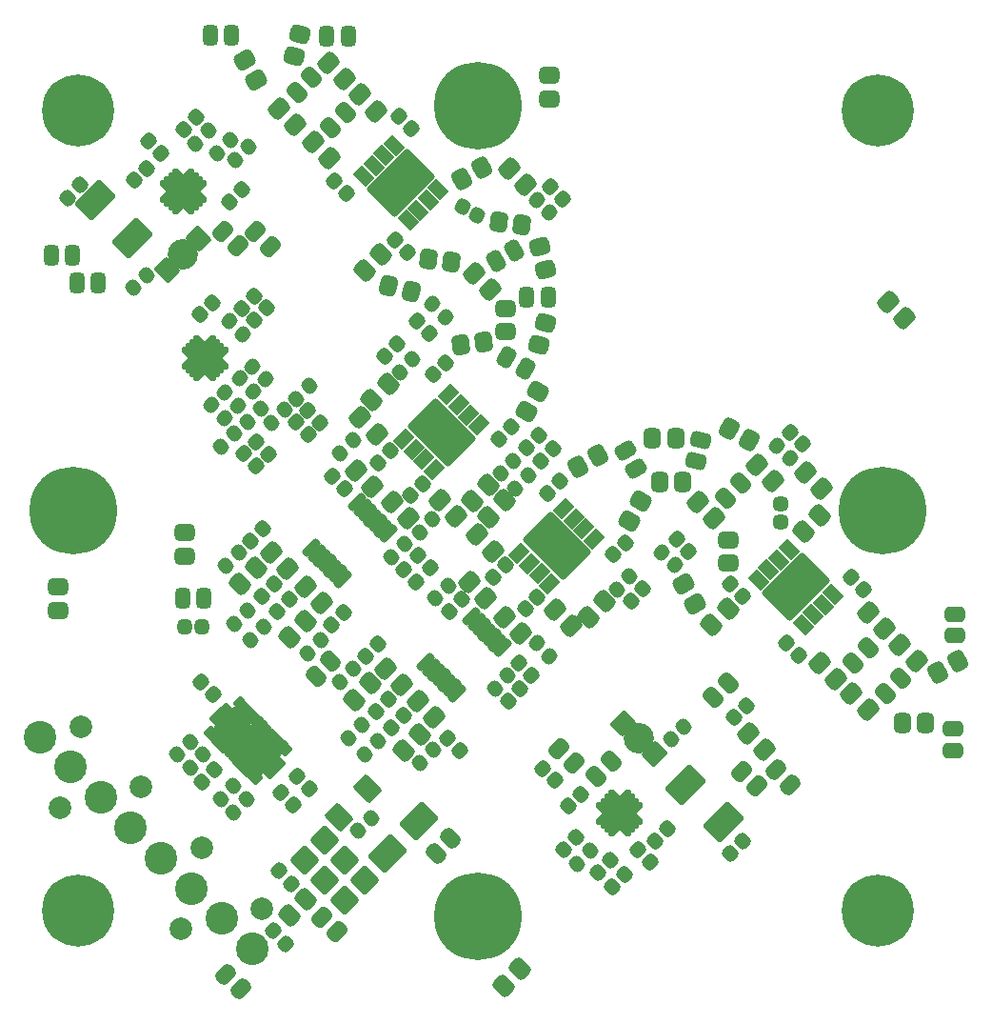
<source format=gbr>
%TF.GenerationSoftware,KiCad,Pcbnew,6.0.4-6f826c9f35~116~ubuntu20.04.1*%
%TF.CreationDate,2022-08-11T09:51:06+00:00*%
%TF.ProjectId,QFHMIX01E,5146484d-4958-4303-9145-2e6b69636164,rev?*%
%TF.SameCoordinates,Original*%
%TF.FileFunction,Soldermask,Bot*%
%TF.FilePolarity,Negative*%
%FSLAX46Y46*%
G04 Gerber Fmt 4.6, Leading zero omitted, Abs format (unit mm)*
G04 Created by KiCad (PCBNEW 6.0.4-6f826c9f35~116~ubuntu20.04.1) date 2022-08-11 09:51:06*
%MOMM*%
%LPD*%
G01*
G04 APERTURE LIST*
G04 Aperture macros list*
%AMRoundRect*
0 Rectangle with rounded corners*
0 $1 Rounding radius*
0 $2 $3 $4 $5 $6 $7 $8 $9 X,Y pos of 4 corners*
0 Add a 4 corners polygon primitive as box body*
4,1,4,$2,$3,$4,$5,$6,$7,$8,$9,$2,$3,0*
0 Add four circle primitives for the rounded corners*
1,1,$1+$1,$2,$3*
1,1,$1+$1,$4,$5*
1,1,$1+$1,$6,$7*
1,1,$1+$1,$8,$9*
0 Add four rect primitives between the rounded corners*
20,1,$1+$1,$2,$3,$4,$5,0*
20,1,$1+$1,$4,$5,$6,$7,0*
20,1,$1+$1,$6,$7,$8,$9,0*
20,1,$1+$1,$8,$9,$2,$3,0*%
%AMFreePoly0*
4,1,41,0.491777,0.930194,0.493575,0.928761,0.495344,0.928539,0.578945,0.898133,0.653689,0.849896,0.715836,0.786243,0.762270,0.710363,0.790665,0.626057,0.799599,0.537547,0.788625,0.449267,0.774419,0.410101,0.776271,0.409575,0.730029,0.246661,0.707165,0.081162,0.707497,-0.085922,0.731021,-0.251337,0.778018,-0.414436,0.776187,-0.414963,0.790748,-0.455051,0.801765,-0.543326,
0.792874,-0.631839,0.764520,-0.716160,0.718121,-0.792065,0.656006,-0.855747,0.581284,-0.904019,0.497696,-0.934465,0.462046,-0.938946,0.449504,-0.944986,0.405000,-0.950000,-0.644999,-0.950000,-0.731777,-0.930194,-0.801366,-0.874698,-0.839986,-0.794504,-0.845000,-0.750000,-0.845000,0.750000,-0.825194,0.836777,-0.769698,0.906366,-0.689504,0.944986,-0.644999,0.950000,0.405000,0.950000,
0.491777,0.930194,0.491777,0.930194,$1*%
G04 Aperture macros list end*
%ADD10C,2.000000*%
%ADD11C,2.900000*%
%ADD12RoundRect,0.200000X0.000000X-1.077631X1.077631X0.000000X0.000000X1.077631X-1.077631X0.000000X0*%
%ADD13RoundRect,0.400000X0.053033X-0.335876X0.335876X-0.053033X-0.053033X0.335876X-0.335876X0.053033X0*%
%ADD14RoundRect,0.400000X-0.053033X0.335876X-0.335876X0.053033X0.053033X-0.335876X0.335876X-0.053033X0*%
%ADD15RoundRect,0.425000X0.017678X-0.335876X0.335876X-0.017678X-0.017678X0.335876X-0.335876X0.017678X0*%
%ADD16C,6.400000*%
%ADD17RoundRect,0.425000X-0.335876X-0.017678X-0.017678X-0.335876X0.335876X0.017678X0.017678X0.335876X0*%
%ADD18RoundRect,0.425000X-0.017678X0.335876X-0.335876X0.017678X0.017678X-0.335876X0.335876X-0.017678X0*%
%ADD19RoundRect,0.400000X0.335876X0.053033X0.053033X0.335876X-0.335876X-0.053033X-0.053033X-0.335876X0*%
%ADD20C,7.800000*%
%ADD21C,0.900000*%
%ADD22RoundRect,0.450000X-0.548008X-0.088388X-0.088388X-0.548008X0.548008X0.088388X0.088388X0.548008X0*%
%ADD23RoundRect,0.450000X0.548008X0.088388X0.088388X0.548008X-0.548008X-0.088388X-0.088388X-0.548008X0*%
%ADD24RoundRect,0.425000X0.335876X0.017678X0.017678X0.335876X-0.335876X-0.017678X-0.017678X-0.335876X0*%
%ADD25RoundRect,0.450000X0.250000X0.475000X-0.250000X0.475000X-0.250000X-0.475000X0.250000X-0.475000X0*%
%ADD26RoundRect,0.450000X0.159099X-0.512652X0.512652X-0.159099X-0.159099X0.512652X-0.512652X0.159099X0*%
%ADD27RoundRect,0.450000X-0.020994X0.536362X-0.454006X0.286362X0.020994X-0.536362X0.454006X-0.286362X0*%
%ADD28RoundRect,0.450000X0.454006X0.286362X0.020994X0.536362X-0.454006X-0.286362X-0.020994X-0.536362X0*%
%ADD29RoundRect,0.425000X0.319856X0.104006X-0.069856X0.329006X-0.319856X-0.104006X0.069856X-0.329006X0*%
%ADD30RoundRect,0.450000X0.430394X0.350550X-0.197457X0.518783X-0.430394X-0.350550X0.197457X-0.518783X0*%
%ADD31RoundRect,0.450000X-0.088388X0.548008X-0.548008X0.088388X0.088388X-0.548008X0.548008X-0.088388X0*%
%ADD32RoundRect,0.450000X0.088388X-0.548008X0.548008X-0.088388X-0.088388X0.548008X-0.548008X0.088388X0*%
%ADD33RoundRect,0.450000X0.056458X0.552211X-0.506458X0.227211X-0.056458X-0.552211X0.506458X-0.227211X0*%
%ADD34RoundRect,0.450000X-0.380956X-0.403729X0.263483X-0.488571X0.380956X0.403729X-0.263483X0.488571X0*%
%ADD35RoundRect,0.450000X0.263483X0.488571X-0.380956X0.403729X-0.263483X-0.488571X0.380956X-0.403729X0*%
%ADD36RoundRect,0.450000X0.020994X-0.536362X0.454006X-0.286362X-0.020994X0.536362X-0.454006X0.286362X0*%
%ADD37RoundRect,0.450000X-0.250000X-0.475000X0.250000X-0.475000X0.250000X0.475000X-0.250000X0.475000X0*%
%ADD38RoundRect,0.450000X-0.454006X-0.286362X-0.020994X-0.536362X0.454006X0.286362X0.020994X0.536362X0*%
%ADD39RoundRect,0.450000X0.380956X0.403729X-0.263483X0.488571X-0.380956X-0.403729X0.263483X-0.488571X0*%
%ADD40RoundRect,0.450000X0.227211X-0.506458X0.552211X0.056458X-0.227211X0.506458X-0.552211X-0.056458X0*%
%ADD41RoundRect,0.400000X-0.335876X-0.053033X-0.053033X-0.335876X0.335876X0.053033X0.053033X0.335876X0*%
%ADD42RoundRect,0.200000X-0.717713X-0.180312X-0.180312X-0.717713X0.717713X0.180312X0.180312X0.717713X0*%
%ADD43RoundRect,0.200000X-2.828427X0.565685X0.565685X-2.828427X2.828427X-0.565685X-0.565685X2.828427X0*%
%ADD44RoundRect,0.450000X0.552211X-0.056458X0.227211X0.506458X-0.552211X0.056458X-0.227211X-0.506458X0*%
%ADD45RoundRect,0.425000X-0.250000X0.225000X-0.250000X-0.225000X0.250000X-0.225000X0.250000X0.225000X0*%
%ADD46RoundRect,0.450000X-0.450000X0.325000X-0.450000X-0.325000X0.450000X-0.325000X0.450000X0.325000X0*%
%ADD47RoundRect,0.450000X0.475000X-0.250000X0.475000X0.250000X-0.475000X0.250000X-0.475000X-0.250000X0*%
%ADD48RoundRect,0.450000X0.536362X0.020994X0.286362X0.454006X-0.536362X-0.020994X-0.286362X-0.454006X0*%
%ADD49RoundRect,0.450000X-0.350550X0.430394X-0.518783X-0.197457X0.350550X-0.430394X0.518783X0.197457X0*%
%ADD50RoundRect,0.450000X-0.512652X-0.159099X-0.159099X-0.512652X0.512652X0.159099X0.159099X0.512652X0*%
%ADD51RoundRect,0.450000X-0.159099X0.512652X-0.512652X0.159099X0.159099X-0.512652X0.512652X-0.159099X0*%
%ADD52RoundRect,0.450000X0.325000X0.450000X-0.325000X0.450000X-0.325000X-0.450000X0.325000X-0.450000X0*%
%ADD53RoundRect,0.200000X-0.247487X-1.520280X1.520280X0.247487X0.247487X1.520280X-1.520280X-0.247487X0*%
%ADD54RoundRect,0.200000X1.622810X0.350018X0.350018X1.622810X-1.622810X-0.350018X-0.350018X-1.622810X0*%
%ADD55RoundRect,0.200000X-1.622810X-0.350018X-0.350018X-1.622810X1.622810X0.350018X0.350018X1.622810X0*%
%ADD56RoundRect,0.450000X0.450000X-0.325000X0.450000X0.325000X-0.450000X0.325000X-0.450000X-0.325000X0*%
%ADD57RoundRect,0.418750X0.335876X0.026517X0.026517X0.335876X-0.335876X-0.026517X-0.026517X-0.335876X0*%
%ADD58RoundRect,0.450000X-0.552211X0.056458X-0.227211X-0.506458X0.552211X-0.056458X0.227211X0.506458X0*%
%ADD59C,2.700000*%
%ADD60FreePoly0,315.000000*%
%ADD61FreePoly0,135.000000*%
%ADD62RoundRect,0.262500X-0.194454X-0.282843X0.282843X0.194454X0.194454X0.282843X-0.282843X-0.194454X0*%
%ADD63RoundRect,0.262500X0.194454X-0.282843X0.282843X-0.194454X-0.194454X0.282843X-0.282843X0.194454X0*%
%ADD64RoundRect,0.450000X0.000000X-0.848528X0.848528X0.000000X0.000000X0.848528X-0.848528X0.000000X0*%
%ADD65RoundRect,0.418750X-0.026517X0.335876X-0.335876X0.026517X0.026517X-0.335876X0.335876X-0.026517X0*%
%ADD66RoundRect,0.450000X0.512652X0.159099X0.159099X0.512652X-0.512652X-0.159099X-0.159099X-0.512652X0*%
%ADD67RoundRect,0.425000X0.225000X0.250000X-0.225000X0.250000X-0.225000X-0.250000X0.225000X-0.250000X0*%
%ADD68RoundRect,0.450000X0.394110X-0.364421X0.523520X0.118542X-0.394110X0.364421X-0.523520X-0.118542X0*%
%ADD69RoundRect,0.450000X-0.325000X-0.450000X0.325000X-0.450000X0.325000X0.450000X-0.325000X0.450000X0*%
%ADD70RoundRect,0.300000X0.380070X0.521491X-0.521491X-0.380070X-0.380070X-0.521491X0.521491X0.380070X0*%
%ADD71RoundRect,0.443750X0.494975X0.150260X0.150260X0.494975X-0.494975X-0.150260X-0.150260X-0.494975X0*%
%ADD72RoundRect,0.450000X0.518783X-0.197457X0.350550X0.430394X-0.518783X0.197457X-0.350550X-0.430394X0*%
%ADD73RoundRect,0.450000X-0.132583X0.503814X-0.503814X0.132583X0.132583X-0.503814X0.503814X-0.132583X0*%
%ADD74RoundRect,0.200000X0.180312X-0.717713X0.717713X-0.180312X-0.180312X0.717713X-0.717713X0.180312X0*%
%ADD75RoundRect,0.200000X-0.565685X-2.828427X2.828427X0.565685X0.565685X2.828427X-2.828427X-0.565685X0*%
%ADD76RoundRect,0.443750X-0.150260X0.494975X-0.494975X0.150260X0.150260X-0.494975X0.494975X-0.150260X0*%
%ADD77RoundRect,0.450000X0.506458X0.227211X-0.056458X0.552211X-0.506458X-0.227211X0.056458X-0.552211X0*%
%ADD78RoundRect,0.418750X0.026517X-0.335876X0.335876X-0.026517X-0.026517X0.335876X-0.335876X0.026517X0*%
%ADD79RoundRect,0.418750X-0.335876X-0.026517X-0.026517X-0.335876X0.335876X0.026517X0.026517X0.335876X0*%
%ADD80RoundRect,0.262500X0.194454X0.282843X-0.282843X-0.194454X-0.194454X-0.282843X0.282843X0.194454X0*%
%ADD81RoundRect,0.262500X-0.194454X0.282843X-0.282843X0.194454X0.194454X-0.282843X0.282843X-0.194454X0*%
%ADD82RoundRect,0.450000X0.000000X0.848528X-0.848528X0.000000X0.000000X-0.848528X0.848528X0.000000X0*%
%ADD83RoundRect,0.200000X-0.180312X0.717713X-0.717713X0.180312X0.180312X-0.717713X0.717713X-0.180312X0*%
%ADD84RoundRect,0.200000X0.565685X2.828427X-2.828427X-0.565685X-0.565685X-2.828427X2.828427X0.565685X0*%
%ADD85RoundRect,0.450000X0.350550X-0.430394X0.518783X0.197457X-0.350550X0.430394X-0.518783X-0.197457X0*%
%ADD86RoundRect,0.262500X-0.282843X0.194454X0.194454X-0.282843X0.282843X-0.194454X-0.194454X0.282843X0*%
%ADD87RoundRect,0.262500X-0.282843X-0.194454X-0.194454X-0.282843X0.282843X0.194454X0.194454X0.282843X0*%
%ADD88RoundRect,0.450000X-0.848528X0.000000X0.000000X-0.848528X0.848528X0.000000X0.000000X0.848528X0*%
%ADD89RoundRect,0.200000X0.106066X0.318198X-0.318198X-0.106066X-0.106066X-0.318198X0.318198X0.106066X0*%
%ADD90RoundRect,0.200000X0.353553X0.565685X-0.565685X-0.353553X-0.353553X-0.565685X0.565685X0.353553X0*%
%ADD91RoundRect,0.200000X0.318198X-0.106066X-0.106066X0.318198X-0.318198X0.106066X0.106066X-0.318198X0*%
%ADD92RoundRect,0.200000X-0.194454X1.219759X-1.219759X0.194454X0.194454X-1.219759X1.219759X-0.194454X0*%
%ADD93RoundRect,0.385000X0.279307X1.325825X-1.325825X-0.279307X-0.279307X-1.325825X1.325825X0.279307X0*%
%ADD94RoundRect,0.200000X-0.141421X1.060660X-1.060660X0.141421X0.141421X-1.060660X1.060660X-0.141421X0*%
%ADD95FreePoly0,225.000000*%
%ADD96FreePoly0,45.000000*%
%ADD97RoundRect,0.450000X-0.394110X0.364421X-0.523520X-0.118542X0.394110X-0.364421X0.523520X0.118542X0*%
%ADD98RoundRect,0.450000X-0.536362X-0.020994X-0.286362X-0.454006X0.536362X0.020994X0.286362X0.454006X0*%
G04 APERTURE END LIST*
D10*
%TO.C,J1*%
X114680511Y-109155028D03*
X123625412Y-127150895D03*
X130844972Y-125319489D03*
X125456819Y-119931335D03*
X120068665Y-114543181D03*
X112849105Y-116374588D03*
D11*
X111070731Y-110070731D03*
X113764808Y-112764808D03*
X116458885Y-115458885D03*
X119152962Y-118152962D03*
X121847038Y-120847038D03*
X124541115Y-123541115D03*
X127235192Y-126235192D03*
X129929269Y-128929269D03*
%TD*%
D12*
%TO.C,J2*%
X134583897Y-121031000D03*
X136379948Y-119234949D03*
X136379948Y-122827052D03*
X138176000Y-121031000D03*
X138176000Y-124623103D03*
X139972051Y-122827052D03*
%TD*%
D13*
%TO.C,R15*%
X129540837Y-82091963D03*
X130707563Y-80925237D03*
%TD*%
D14*
%TO.C,R11*%
X128370763Y-83109637D03*
X127204037Y-84276363D03*
%TD*%
D15*
%TO.C,C19*%
X132151992Y-98948008D03*
X133248008Y-97851992D03*
%TD*%
%TO.C,C18*%
X130769992Y-97576008D03*
X131866008Y-96479992D03*
%TD*%
D16*
%TO.C,M7*%
X185560000Y-125560000D03*
%TD*%
%TO.C,M6*%
X185560000Y-54440000D03*
%TD*%
%TO.C,M5*%
X114440000Y-125560000D03*
%TD*%
D17*
%TO.C,C13*%
X129194200Y-84862823D03*
X130290216Y-85958839D03*
%TD*%
D18*
%TO.C,C2*%
X131231008Y-71943592D03*
X130134992Y-73039608D03*
%TD*%
D17*
%TO.C,C12*%
X130337200Y-83846823D03*
X131433216Y-84942839D03*
%TD*%
D18*
%TO.C,C1*%
X130138808Y-70876792D03*
X129042792Y-71972808D03*
%TD*%
D19*
%TO.C,R6*%
X131114800Y-78308200D03*
X129948074Y-77141474D03*
%TD*%
D13*
%TO.C,R14*%
X131674437Y-82193563D03*
X132841163Y-81026837D03*
%TD*%
D14*
%TO.C,R10*%
X135000163Y-78867837D03*
X133833437Y-80034563D03*
%TD*%
D20*
%TO.C,M4*%
X150000000Y-126000000D03*
D21*
X153000000Y-126000000D03*
X152598076Y-127500000D03*
X150000000Y-123000000D03*
X152598076Y-124500000D03*
X147401924Y-127500000D03*
X150000000Y-129000000D03*
X147000000Y-126000000D03*
X148500000Y-123401924D03*
X151500000Y-128598076D03*
X151500000Y-123401924D03*
X147401924Y-124500000D03*
X148500000Y-128598076D03*
%TD*%
D20*
%TO.C,M3*%
X150000000Y-54000000D03*
D21*
X151500000Y-51401924D03*
X152598076Y-55500000D03*
X148500000Y-51401924D03*
X153000000Y-54000000D03*
X147401924Y-55500000D03*
X150000000Y-57000000D03*
X147000000Y-54000000D03*
X151500000Y-56598076D03*
X148500000Y-56598076D03*
X150000000Y-51000000D03*
X152598076Y-52500000D03*
X147401924Y-52500000D03*
%TD*%
D20*
%TO.C,M1*%
X186000000Y-90000000D03*
D21*
X187500000Y-92598076D03*
X183401924Y-88500000D03*
X188598076Y-88500000D03*
X183401924Y-91500000D03*
X186000000Y-87000000D03*
X188598076Y-91500000D03*
X184500000Y-92598076D03*
X189000000Y-90000000D03*
X187500000Y-87401924D03*
X186000000Y-93000000D03*
X183000000Y-90000000D03*
X184500000Y-87401924D03*
%TD*%
D20*
%TO.C,M2*%
X114000000Y-90000000D03*
D21*
X112500000Y-87401924D03*
X117000000Y-90000000D03*
X111401924Y-88500000D03*
X116598076Y-91500000D03*
X115500000Y-87401924D03*
X112500000Y-92598076D03*
X114000000Y-93000000D03*
X111000000Y-90000000D03*
X114000000Y-87000000D03*
X111401924Y-91500000D03*
X116598076Y-88500000D03*
X115500000Y-92598076D03*
%TD*%
D15*
%TO.C,C21*%
X142326992Y-109260008D03*
X143423008Y-108163992D03*
%TD*%
%TO.C,C20*%
X140929992Y-107812208D03*
X142026008Y-106716192D03*
%TD*%
D13*
%TO.C,R26*%
X127120339Y-115607097D03*
X128287065Y-114440371D03*
%TD*%
%TO.C,R21*%
X129796880Y-101480517D03*
X130963606Y-100313791D03*
%TD*%
%TO.C,R25*%
X124426262Y-112841180D03*
X125592988Y-111674454D03*
%TD*%
%TO.C,R24*%
X123258828Y-111673746D03*
X124425554Y-110507020D03*
%TD*%
%TO.C,R20*%
X128360040Y-100043676D03*
X129526766Y-98876950D03*
%TD*%
%TO.C,R23*%
X139953762Y-111637399D03*
X141120488Y-110470673D03*
%TD*%
%TO.C,R27*%
X128287772Y-116774532D03*
X129454498Y-115607806D03*
%TD*%
D16*
%TO.C,M8*%
X114440000Y-54440000D03*
%TD*%
D17*
%TO.C,C11*%
X133843392Y-82103592D03*
X134939408Y-83199608D03*
%TD*%
%TO.C,C10*%
X134899400Y-81051400D03*
X135995416Y-82147416D03*
%TD*%
D15*
%TO.C,C16*%
X129804792Y-92699208D03*
X130900808Y-91603192D03*
%TD*%
%TO.C,C17*%
X136992992Y-100141408D03*
X138089008Y-99045392D03*
%TD*%
D17*
%TO.C,C24*%
X132469885Y-115044885D03*
X133565901Y-116140901D03*
%TD*%
D18*
%TO.C,C25*%
X126532008Y-112964592D03*
X125435992Y-114060608D03*
%TD*%
D17*
%TO.C,C22*%
X125413524Y-105226063D03*
X126509540Y-106322079D03*
%TD*%
%TO.C,C8*%
X137051992Y-86951992D03*
X138148008Y-88048008D03*
%TD*%
%TO.C,C23*%
X133944885Y-113594885D03*
X135040901Y-114690901D03*
%TD*%
D15*
%TO.C,C3*%
X125308992Y-72557008D03*
X126405008Y-71460992D03*
%TD*%
D13*
%TO.C,R22*%
X138516919Y-110200559D03*
X139683645Y-109033833D03*
%TD*%
D22*
%TO.C,L8*%
X131660016Y-93661616D03*
X133109584Y-95111184D03*
%TD*%
D23*
%TO.C,L12*%
X136132184Y-98209984D03*
X134682616Y-96760416D03*
%TD*%
D24*
%TO.C,C41*%
X145683608Y-74182608D03*
X144587592Y-73086592D03*
%TD*%
D17*
%TO.C,C44*%
X156423992Y-61199392D03*
X157520008Y-62295408D03*
%TD*%
D18*
%TO.C,C58*%
X142813408Y-75143992D03*
X141717392Y-76240008D03*
%TD*%
%TO.C,C61*%
X155411808Y-83246592D03*
X154315792Y-84342608D03*
%TD*%
D25*
%TO.C,C28*%
X128127800Y-47752000D03*
X126227800Y-47752000D03*
%TD*%
D26*
%TO.C,C32*%
X133897449Y-52792551D03*
X135240951Y-51449049D03*
%TD*%
D24*
%TO.C,C36*%
X138368408Y-61787408D03*
X137272392Y-60691392D03*
%TD*%
%TO.C,C45*%
X143727808Y-67045208D03*
X142631792Y-65949192D03*
%TD*%
D15*
%TO.C,C56*%
X146009992Y-77891008D03*
X147106008Y-76794992D03*
%TD*%
D18*
%TO.C,C62*%
X142235088Y-84632070D03*
X141139072Y-85728086D03*
%TD*%
D27*
%TO.C,C49*%
X153248124Y-66809600D03*
X151602676Y-67759600D03*
%TD*%
D25*
%TO.C,C51*%
X156271000Y-70993000D03*
X154371000Y-70993000D03*
%TD*%
D28*
%TO.C,C53*%
X154238724Y-77310000D03*
X152593276Y-76360000D03*
%TD*%
D25*
%TO.C,C29*%
X138465600Y-47802800D03*
X136565600Y-47802800D03*
%TD*%
D26*
%TO.C,C34*%
X136920049Y-55942151D03*
X138263551Y-54598649D03*
%TD*%
D17*
%TO.C,C37*%
X142961992Y-54900192D03*
X144058008Y-55996208D03*
%TD*%
D29*
%TO.C,C46*%
X149972370Y-63735100D03*
X148630030Y-62960100D03*
%TD*%
D18*
%TO.C,C63*%
X145074008Y-87551992D03*
X143977992Y-88648008D03*
%TD*%
%TO.C,C64*%
X152437139Y-94788641D03*
X151341123Y-95884657D03*
%TD*%
%TO.C,C65*%
X155310208Y-97622992D03*
X154214192Y-98719008D03*
%TD*%
D17*
%TO.C,C47*%
X177821584Y-82977984D03*
X178917600Y-84074000D03*
%TD*%
D15*
%TO.C,C59*%
X163612192Y-98033208D03*
X164708208Y-96937192D03*
%TD*%
%TO.C,C60*%
X155636592Y-85587208D03*
X156732608Y-84491192D03*
%TD*%
D30*
%TO.C,L31*%
X144068274Y-70470890D03*
X142088126Y-69940310D03*
%TD*%
D23*
%TO.C,L35*%
X154293184Y-60998984D03*
X152843616Y-59549416D03*
%TD*%
D31*
%TO.C,L59*%
X142024784Y-78675216D03*
X140575216Y-80124784D03*
%TD*%
%TO.C,L63*%
X150965784Y-87667216D03*
X149516216Y-89116784D03*
%TD*%
D32*
%TO.C,L32*%
X139940416Y-68618984D03*
X141389984Y-67169416D03*
%TD*%
D33*
%TO.C,L36*%
X150392076Y-59507700D03*
X148616724Y-60532700D03*
%TD*%
D22*
%TO.C,L60*%
X139559416Y-81698216D03*
X141008984Y-83147784D03*
%TD*%
D23*
%TO.C,L64*%
X148070184Y-90488384D03*
X146620616Y-89038816D03*
%TD*%
D34*
%TO.C,L39*%
X145617969Y-67582611D03*
X147650431Y-67850189D03*
%TD*%
D35*
%TO.C,L57*%
X150495231Y-74974011D03*
X148462769Y-75241589D03*
%TD*%
D26*
%TO.C,L17*%
X133897449Y-52792551D03*
X135240951Y-51449049D03*
%TD*%
%TO.C,L23*%
X136920049Y-55942151D03*
X138263551Y-54598649D03*
%TD*%
D36*
%TO.C,L42*%
X151602676Y-67759600D03*
X153248124Y-66809600D03*
%TD*%
D37*
%TO.C,L48*%
X154371000Y-70993000D03*
X156271000Y-70993000D03*
%TD*%
D38*
%TO.C,L54*%
X152593276Y-76360000D03*
X154238724Y-77310000D03*
%TD*%
D39*
%TO.C,L40*%
X153949631Y-64548189D03*
X151917169Y-64280611D03*
%TD*%
D40*
%TO.C,L58*%
X154325900Y-81126276D03*
X155350900Y-79350924D03*
%TD*%
D32*
%TO.C,L33*%
X178980216Y-91834584D03*
X180429784Y-90385016D03*
%TD*%
D22*
%TO.C,L61*%
X156875216Y-98775216D03*
X158324784Y-100224784D03*
%TD*%
D23*
%TO.C,L65*%
X151346784Y-93561784D03*
X149897216Y-92112216D03*
%TD*%
%TO.C,L34*%
X180567483Y-88009883D03*
X179117915Y-86560315D03*
%TD*%
D32*
%TO.C,L62*%
X159875216Y-99424784D03*
X161324784Y-97975216D03*
%TD*%
%TO.C,L66*%
X150913216Y-90513784D03*
X152362784Y-89064216D03*
%TD*%
D19*
%TO.C,R29*%
X147115963Y-72770163D03*
X145949237Y-71603437D03*
%TD*%
D41*
%TO.C,R31*%
X155245637Y-62332437D03*
X156412363Y-63499163D03*
%TD*%
D14*
%TO.C,R32*%
X144220363Y-76505637D03*
X143053637Y-77672363D03*
%TD*%
D13*
%TO.C,R34*%
X152016637Y-86683363D03*
X153183363Y-85516637D03*
%TD*%
D41*
%TO.C,R30*%
X176633274Y-84177274D03*
X177800000Y-85344000D03*
%TD*%
D13*
%TO.C,R33*%
X162357637Y-96976363D03*
X163524363Y-95809637D03*
%TD*%
D14*
%TO.C,R35*%
X154483363Y-86816637D03*
X153316637Y-87983363D03*
%TD*%
D42*
%TO.C,U7*%
X147393263Y-79662660D03*
D21*
X148885965Y-83692462D03*
X148178859Y-82985355D03*
X147471752Y-83692462D03*
X146764645Y-82985355D03*
X147471752Y-82278248D03*
X144643325Y-82278248D03*
X148178859Y-84399569D03*
D42*
X148291289Y-80560686D03*
D21*
X146057538Y-83692462D03*
X146764645Y-81571141D03*
X146764645Y-84399569D03*
X147471752Y-85106675D03*
X145350431Y-82985355D03*
X145350431Y-81571141D03*
X146057538Y-80864035D03*
X146057538Y-82278248D03*
D43*
X146764645Y-82985355D03*
D42*
X149189314Y-81458711D03*
X150087340Y-82356737D03*
X146136027Y-86308050D03*
X145238001Y-85410024D03*
X144339976Y-84511999D03*
X143441950Y-83613973D03*
%TD*%
%TO.C,U8*%
X157643263Y-89812660D03*
D21*
X158428859Y-94549569D03*
X159135965Y-93842462D03*
X157721752Y-92428248D03*
X158428859Y-93135355D03*
D43*
X157014645Y-93135355D03*
D21*
X156307538Y-92428248D03*
X157014645Y-91721141D03*
X156307538Y-93842462D03*
X157014645Y-94549569D03*
X157721752Y-93842462D03*
X157014645Y-93135355D03*
D42*
X158541289Y-90710686D03*
D21*
X155600431Y-91721141D03*
X155600431Y-93135355D03*
X157721752Y-95256675D03*
X156307538Y-91014035D03*
X154893325Y-92428248D03*
D42*
X159439314Y-91608711D03*
X160337340Y-92506737D03*
X156386027Y-96458050D03*
X155488001Y-95560024D03*
X154589976Y-94661999D03*
X153691950Y-93763973D03*
%TD*%
D19*
%TO.C,R28*%
X167562963Y-94817363D03*
X166396237Y-93650637D03*
%TD*%
D24*
%TO.C,C40*%
X168772208Y-93613608D03*
X167676192Y-92517592D03*
%TD*%
D31*
%TO.C,L29*%
X172250984Y-98665416D03*
X170801416Y-100114984D03*
%TD*%
D44*
%TO.C,L30*%
X169320900Y-98245876D03*
X168295900Y-96470524D03*
%TD*%
D32*
%TO.C,L7*%
X128815216Y-96482784D03*
X130264784Y-95033216D03*
%TD*%
D22*
%TO.C,L9*%
X141794616Y-103974016D03*
X143244184Y-105423584D03*
%TD*%
D24*
%TO.C,C27*%
X156885008Y-113959008D03*
X155788992Y-112862992D03*
%TD*%
D14*
%TO.C,R18*%
X138937163Y-104039237D03*
X137770437Y-105205963D03*
%TD*%
%TO.C,R4*%
X147383363Y-96616637D03*
X146216637Y-97783363D03*
%TD*%
D45*
%TO.C,C42*%
X176911000Y-89395000D03*
X176911000Y-90945000D03*
%TD*%
D46*
%TO.C,L51*%
X152476200Y-72025400D03*
X152476200Y-74075400D03*
%TD*%
D47*
%TO.C,C30*%
X192405000Y-101087000D03*
X192405000Y-99187000D03*
%TD*%
D48*
%TO.C,C52*%
X164076400Y-86268324D03*
X163126400Y-84622876D03*
%TD*%
D49*
%TO.C,L14*%
X134199490Y-47600126D03*
X133668910Y-49580274D03*
%TD*%
D50*
%TO.C,C89*%
X173445249Y-113120249D03*
X174788751Y-114463751D03*
%TD*%
D32*
%TO.C,L6*%
X143445616Y-111265584D03*
X144895184Y-109816016D03*
%TD*%
D51*
%TO.C,L41*%
X173391751Y-87542449D03*
X172048249Y-88885951D03*
%TD*%
D52*
%TO.C,L49*%
X167598200Y-83489800D03*
X165548200Y-83489800D03*
%TD*%
D22*
%TO.C,L20*%
X136714616Y-50176816D03*
X138164184Y-51626384D03*
%TD*%
D37*
%TO.C,C84*%
X112080000Y-67310000D03*
X113980000Y-67310000D03*
%TD*%
D53*
%TO.C,D1*%
X141968786Y-120413214D03*
X144797214Y-117584786D03*
%TD*%
D54*
%TO.C,L67*%
X119305364Y-65736764D03*
D55*
X115950143Y-62381543D03*
%TD*%
D13*
%TO.C,R41*%
X119380837Y-70179363D03*
X120547563Y-69012637D03*
%TD*%
D33*
%TO.C,L15*%
X192683076Y-103348100D03*
X190907724Y-104373100D03*
%TD*%
D22*
%TO.C,L44*%
X169607616Y-89165816D03*
X171057184Y-90615384D03*
%TD*%
D14*
%TO.C,R17*%
X128783363Y-93716637D03*
X127616637Y-94883363D03*
%TD*%
D17*
%TO.C,C7*%
X153670000Y-103505000D03*
X154766016Y-104601016D03*
%TD*%
D15*
%TO.C,C9*%
X147457792Y-98896808D03*
X148553808Y-97800792D03*
%TD*%
D51*
%TO.C,L18*%
X187641151Y-104890649D03*
X186297649Y-106234151D03*
%TD*%
D56*
%TO.C,L74*%
X156337000Y-53349000D03*
X156337000Y-51299000D03*
%TD*%
D25*
%TO.C,C79*%
X125664000Y-97790000D03*
X123764000Y-97790000D03*
%TD*%
D24*
%TO.C,C67*%
X121833008Y-58206008D03*
X120736992Y-57109992D03*
%TD*%
D57*
%TO.C,C74*%
X132916247Y-128445847D03*
X131802553Y-127332153D03*
%TD*%
D58*
%TO.C,L13*%
X129256100Y-49937724D03*
X130281100Y-51713076D03*
%TD*%
D59*
%TO.C,D3*%
X164338000Y-110236000D03*
D60*
X162990962Y-108888962D03*
D61*
X165685038Y-111583038D03*
%TD*%
D62*
%TO.C,U9*%
X123330025Y-63150635D03*
X122976472Y-62797082D03*
X122622918Y-62443528D03*
X122269365Y-62089975D03*
D63*
X122269365Y-61100025D03*
X122622918Y-60746472D03*
X122976472Y-60392918D03*
X123330025Y-60039365D03*
D62*
X124319975Y-60039365D03*
X124673528Y-60392918D03*
X125027082Y-60746472D03*
X125380635Y-61100025D03*
D63*
X125380635Y-62089975D03*
X125027082Y-62443528D03*
X124673528Y-62797082D03*
X124319975Y-63150635D03*
D64*
X123825000Y-61595000D03*
%TD*%
D22*
%TO.C,L26*%
X139508616Y-52996216D03*
X140958184Y-54445784D03*
%TD*%
D14*
%TO.C,R46*%
X160032183Y-120187709D03*
X158865457Y-121354435D03*
%TD*%
D15*
%TO.C,C86*%
X158074992Y-116245008D03*
X159171008Y-115148992D03*
%TD*%
D18*
%TO.C,C91*%
X173903008Y-107274992D03*
X172806992Y-108371008D03*
%TD*%
D65*
%TO.C,R45*%
X158735667Y-118967563D03*
X157621973Y-120081257D03*
%TD*%
D32*
%TO.C,L11*%
X133275216Y-101224784D03*
X134724784Y-99775216D03*
%TD*%
D41*
%TO.C,R1*%
X127966037Y-73127437D03*
X129132763Y-74294163D03*
%TD*%
D13*
%TO.C,R3*%
X137770437Y-84885963D03*
X138937163Y-83719237D03*
%TD*%
D46*
%TO.C,L73*%
X112649000Y-96765000D03*
X112649000Y-98815000D03*
%TD*%
D41*
%TO.C,R2*%
X155245637Y-101727837D03*
X156412363Y-102894563D03*
%TD*%
D66*
%TO.C,C70*%
X131583351Y-66508551D03*
X130239849Y-65165049D03*
%TD*%
D15*
%TO.C,C5*%
X152690192Y-106923208D03*
X153786208Y-105827192D03*
%TD*%
%TO.C,C55*%
X162037392Y-93893008D03*
X163133408Y-92796992D03*
%TD*%
D22*
%TO.C,L19*%
X132345816Y-54240816D03*
X133795384Y-55690384D03*
%TD*%
D51*
%TO.C,C78*%
X161834751Y-112231249D03*
X160491249Y-113574751D03*
%TD*%
D22*
%TO.C,L25*%
X135393816Y-57212616D03*
X136843384Y-58662184D03*
%TD*%
%TO.C,L3*%
X149262216Y-96303216D03*
X150711784Y-97752784D03*
%TD*%
D52*
%TO.C,L16*%
X189797800Y-108864400D03*
X187747800Y-108864400D03*
%TD*%
D51*
%TO.C,L24*%
X184720151Y-102122049D03*
X183376649Y-103465551D03*
%TD*%
D67*
%TO.C,C80*%
X125489000Y-100330000D03*
X123939000Y-100330000D03*
%TD*%
D13*
%TO.C,R37*%
X124918037Y-57377763D03*
X126084763Y-56211037D03*
%TD*%
D23*
%TO.C,L21*%
X189014984Y-103340784D03*
X187565416Y-101891216D03*
%TD*%
D68*
%TO.C,C50*%
X169375322Y-85550430D03*
X169867078Y-83715170D03*
%TD*%
D23*
%TO.C,L5*%
X146139784Y-108369984D03*
X144690216Y-106920416D03*
%TD*%
D69*
%TO.C,L50*%
X166183200Y-87426800D03*
X168233200Y-87426800D03*
%TD*%
D55*
%TO.C,L68*%
X168519633Y-114333572D03*
D54*
X171874854Y-117688793D03*
%TD*%
D51*
%TO.C,C33*%
X187641151Y-104890649D03*
X186297649Y-106234151D03*
%TD*%
D19*
%TO.C,R9*%
X127507163Y-81710963D03*
X126340437Y-80544237D03*
%TD*%
D46*
%TO.C,L69*%
X123952000Y-91939000D03*
X123952000Y-93989000D03*
%TD*%
D70*
%TO.C,U3*%
X149444194Y-99389250D03*
X149903813Y-99848869D03*
X150363433Y-100308488D03*
X150823052Y-100768108D03*
X151282672Y-101227727D03*
X151742291Y-101687347D03*
X152201910Y-102146966D03*
X148153724Y-106195152D03*
X147694105Y-105735533D03*
X147234485Y-105275914D03*
X146774866Y-104816294D03*
X146315246Y-104356675D03*
X145855627Y-103897055D03*
X145396008Y-103437436D03*
%TD*%
D71*
%TO.C,C87*%
X177827913Y-114327913D03*
X176502087Y-113002087D03*
%TD*%
D14*
%TO.C,R16*%
X146049163Y-111227437D03*
X144882437Y-112394163D03*
%TD*%
D72*
%TO.C,L46*%
X156018090Y-68528674D03*
X155487510Y-66548526D03*
%TD*%
D73*
%TO.C,TH1*%
X136916235Y-103367765D03*
X135625765Y-104658235D03*
%TD*%
D51*
%TO.C,C35*%
X184720151Y-102122049D03*
X183376649Y-103465551D03*
%TD*%
D15*
%TO.C,C69*%
X123861192Y-56123208D03*
X124957208Y-55027192D03*
%TD*%
D46*
%TO.C,L38*%
X172262800Y-92548600D03*
X172262800Y-94598600D03*
%TD*%
D23*
%TO.C,L4*%
X143824784Y-90615384D03*
X142375216Y-89165816D03*
%TD*%
D17*
%TO.C,C38*%
X183195592Y-95921192D03*
X184291608Y-97017208D03*
%TD*%
D22*
%TO.C,L72*%
X186473216Y-71411216D03*
X187922784Y-72860784D03*
%TD*%
D14*
%TO.C,R19*%
X136016163Y-101516637D03*
X134849437Y-102683363D03*
%TD*%
D74*
%TO.C,U5*%
X139857105Y-60204382D03*
D21*
X144594014Y-60833000D03*
X143179800Y-60833000D03*
X141765586Y-62247214D03*
X141058480Y-61540107D03*
X145301120Y-60125893D03*
X142472693Y-62954320D03*
X142472693Y-60125893D03*
X141765586Y-60833000D03*
X142472693Y-61540107D03*
X143179800Y-59418786D03*
X143886907Y-58711680D03*
X143886907Y-60125893D03*
D75*
X143179800Y-60833000D03*
D21*
X143886907Y-61540107D03*
D74*
X140755131Y-59306356D03*
D21*
X144594014Y-59418786D03*
X143179800Y-62247214D03*
D74*
X141653156Y-58408331D03*
X142551182Y-57510305D03*
X146502495Y-61461618D03*
X145604469Y-62359644D03*
X144706444Y-63257669D03*
X143808418Y-64155695D03*
%TD*%
D22*
%TO.C,L2*%
X139175216Y-86375216D03*
X140624784Y-87824784D03*
%TD*%
D19*
%TO.C,R7*%
X130047163Y-79374163D03*
X128880437Y-78207437D03*
%TD*%
%TO.C,R8*%
X128675563Y-80644163D03*
X127508837Y-79477437D03*
%TD*%
D18*
%TO.C,C66*%
X120563008Y-59522992D03*
X119466992Y-60619008D03*
%TD*%
D50*
%TO.C,C26*%
X136107249Y-126074249D03*
X137450751Y-127417751D03*
%TD*%
D14*
%TO.C,R40*%
X168350363Y-109144637D03*
X167183637Y-110311363D03*
%TD*%
D17*
%TO.C,C68*%
X164261436Y-120133261D03*
X165357452Y-121229277D03*
%TD*%
D76*
%TO.C,C76*%
X147601913Y-119098087D03*
X146276087Y-120423913D03*
%TD*%
D22*
%TO.C,L45*%
X149694016Y-68871216D03*
X151143584Y-70320784D03*
%TD*%
D23*
%TO.C,L28*%
X181877584Y-104940984D03*
X180428016Y-103491416D03*
%TD*%
D15*
%TO.C,C54*%
X156169992Y-88432008D03*
X157266008Y-87335992D03*
%TD*%
D13*
%TO.C,R38*%
X128474037Y-58800163D03*
X129640763Y-57633437D03*
%TD*%
D23*
%TO.C,L70*%
X175476784Y-111214784D03*
X174027216Y-109765216D03*
%TD*%
D17*
%TO.C,C43*%
X172425992Y-96505392D03*
X173522008Y-97601408D03*
%TD*%
D13*
%TO.C,R36*%
X139370637Y-118439363D03*
X140537363Y-117272637D03*
%TD*%
D14*
%TO.C,R12*%
X143509163Y-92939437D03*
X142342437Y-94106163D03*
%TD*%
D17*
%TO.C,C6*%
X143433800Y-95199200D03*
X144529816Y-96295216D03*
%TD*%
D26*
%TO.C,C48*%
X172048249Y-88885951D03*
X173391751Y-87542449D03*
%TD*%
D18*
%TO.C,C82*%
X129046608Y-61427992D03*
X127950592Y-62524008D03*
%TD*%
D15*
%TO.C,C14*%
X140040992Y-102910008D03*
X141137008Y-101813992D03*
%TD*%
D51*
%TO.C,C90*%
X172248751Y-105246249D03*
X170905249Y-106589751D03*
%TD*%
D13*
%TO.C,R13*%
X151511837Y-105790163D03*
X152678563Y-104623437D03*
%TD*%
D77*
%TO.C,L43*%
X174115676Y-83672100D03*
X172340324Y-82647100D03*
%TD*%
D78*
%TO.C,C72*%
X113489153Y-62151847D03*
X114602847Y-61038153D03*
%TD*%
%TO.C,C88*%
X172417153Y-120444847D03*
X173530847Y-119331153D03*
%TD*%
D31*
%TO.C,L75*%
X153759784Y-130720216D03*
X152310216Y-132169784D03*
%TD*%
D71*
%TO.C,C73*%
X128932913Y-132488913D03*
X127607087Y-131163087D03*
%TD*%
D23*
%TO.C,L1*%
X153824784Y-100924784D03*
X152375216Y-99475216D03*
%TD*%
D79*
%TO.C,C77*%
X132285153Y-121998153D03*
X133398847Y-123111847D03*
%TD*%
D47*
%TO.C,C31*%
X192303400Y-111287600D03*
X192303400Y-109387600D03*
%TD*%
D80*
%TO.C,U11*%
X163118795Y-115301775D03*
X163472348Y-115655328D03*
X163825902Y-116008882D03*
X164179455Y-116362435D03*
D81*
X164179455Y-117352385D03*
X163825902Y-117705938D03*
X163472348Y-118059492D03*
X163118795Y-118413045D03*
D80*
X162128845Y-118413045D03*
X161775292Y-118059492D03*
X161421738Y-117705938D03*
X161068185Y-117352385D03*
D81*
X161068185Y-116362435D03*
X161421738Y-116008882D03*
X161775292Y-115655328D03*
X162128845Y-115301775D03*
D82*
X162623820Y-116857410D03*
%TD*%
D83*
%TO.C,U6*%
X181630695Y-97402618D03*
D21*
X176893786Y-96774000D03*
X179722214Y-96774000D03*
X179015107Y-96066893D03*
X178308000Y-96774000D03*
X177600893Y-98895320D03*
X179722214Y-95359786D03*
X178308000Y-98188214D03*
D83*
X180732669Y-98300644D03*
D21*
X176893786Y-98188214D03*
X176186680Y-97481107D03*
X179015107Y-97481107D03*
X180429320Y-96066893D03*
D84*
X178308000Y-96774000D03*
D21*
X177600893Y-96066893D03*
X179015107Y-94652680D03*
X177600893Y-97481107D03*
X178308000Y-95359786D03*
D83*
X179834644Y-99198669D03*
X178936618Y-100096695D03*
X174985305Y-96145382D03*
X175883331Y-95247356D03*
X176781356Y-94349331D03*
X177679382Y-93451305D03*
%TD*%
D50*
%TO.C,C75*%
X157189249Y-111088249D03*
X158532751Y-112431751D03*
%TD*%
D85*
%TO.C,L52*%
X155462110Y-75234274D03*
X155992690Y-73254126D03*
%TD*%
D24*
%TO.C,C39*%
X178576608Y-102808408D03*
X177480592Y-101712392D03*
%TD*%
D25*
%TO.C,C85*%
X116266000Y-69723000D03*
X114366000Y-69723000D03*
%TD*%
D13*
%TO.C,R39*%
X126848437Y-58190563D03*
X128015163Y-57023837D03*
%TD*%
D15*
%TO.C,C81*%
X165788079Y-119343424D03*
X166884095Y-118247408D03*
%TD*%
D86*
%TO.C,U1*%
X124192509Y-75926571D03*
X124546062Y-75573018D03*
X124899616Y-75219464D03*
X125253169Y-74865911D03*
D87*
X126243119Y-74865911D03*
X126596672Y-75219464D03*
X126950226Y-75573018D03*
X127303779Y-75926571D03*
D86*
X127303779Y-76916521D03*
X126950226Y-77270074D03*
X126596672Y-77623628D03*
X126243119Y-77977181D03*
D87*
X125253169Y-77977181D03*
X124899616Y-77623628D03*
X124546062Y-77270074D03*
X124192509Y-76916521D03*
D88*
X125748144Y-76421546D03*
%TD*%
D32*
%TO.C,L71*%
X133260216Y-125946784D03*
X134709784Y-124497216D03*
%TD*%
D17*
%TO.C,C4*%
X144663792Y-93965392D03*
X145759808Y-95061408D03*
%TD*%
D70*
%TO.C,U2*%
X139287313Y-89232369D03*
X139746932Y-89691988D03*
X140206552Y-90151607D03*
X140666171Y-90611227D03*
X141125791Y-91070846D03*
X141585410Y-91530466D03*
X142045029Y-91990085D03*
X137996843Y-96038271D03*
X137537224Y-95578652D03*
X137077604Y-95119033D03*
X136617985Y-94659413D03*
X136158365Y-94199794D03*
X135698746Y-93740174D03*
X135239127Y-93280555D03*
%TD*%
D23*
%TO.C,L37*%
X176289584Y-87313384D03*
X174840016Y-85863816D03*
%TD*%
D66*
%TO.C,C71*%
X128687751Y-66457751D03*
X127344249Y-65114249D03*
%TD*%
D89*
%TO.C,U4*%
X128740460Y-107014336D03*
X129094014Y-107367890D03*
X129447567Y-107721443D03*
X129801120Y-108074996D03*
X130154674Y-108428550D03*
D90*
X130260740Y-109029590D03*
X130614293Y-109383144D03*
X130967847Y-109736697D03*
D89*
X131568887Y-109842763D03*
X131922441Y-110196317D03*
X132275994Y-110549870D03*
X132629547Y-110903423D03*
X132983101Y-111256977D03*
D91*
X132452771Y-112282282D03*
X132099217Y-112635835D03*
X131745664Y-112989388D03*
X131392111Y-113342942D03*
D89*
X130366806Y-113873272D03*
X130013252Y-113519718D03*
X129659699Y-113166165D03*
X129306146Y-112812612D03*
X128952592Y-112459058D03*
D90*
X128846526Y-111858018D03*
X128492973Y-111504464D03*
X128139419Y-111150911D03*
D89*
X127538379Y-111044845D03*
X127184825Y-110691291D03*
X126831272Y-110337738D03*
X126477719Y-109984185D03*
X126124165Y-109630631D03*
D91*
X126654495Y-108605326D03*
X127008049Y-108251773D03*
X127361602Y-107898220D03*
X127715155Y-107544666D03*
D92*
X129553633Y-110443804D03*
D93*
X130900671Y-111790842D03*
X128206595Y-109096766D03*
%TD*%
D94*
%TO.C,D2*%
X140175437Y-114713563D03*
X137700563Y-117188437D03*
%TD*%
D40*
%TO.C,L56*%
X163495300Y-90879876D03*
X164520300Y-89104524D03*
%TD*%
D59*
%TO.C,D4*%
X123748800Y-67183000D03*
D95*
X125095838Y-65835962D03*
D96*
X122401762Y-68530038D03*
%TD*%
D33*
%TO.C,L55*%
X160704476Y-85060100D03*
X158929124Y-86085100D03*
%TD*%
D32*
%TO.C,L10*%
X139026016Y-106769784D03*
X140475584Y-105320216D03*
%TD*%
D97*
%TO.C,L47*%
X169867078Y-83715170D03*
X169375322Y-85550430D03*
%TD*%
D13*
%TO.C,R5*%
X144816637Y-91883363D03*
X145983363Y-90716637D03*
%TD*%
D23*
%TO.C,L22*%
X184696984Y-107684184D03*
X183247416Y-106234616D03*
%TD*%
D18*
%TO.C,C83*%
X163032064Y-122265638D03*
X161936048Y-123361654D03*
%TD*%
D23*
%TO.C,L27*%
X186195584Y-100495984D03*
X184746016Y-99046416D03*
%TD*%
D65*
%TO.C,R44*%
X161783667Y-120999563D03*
X160669973Y-122113257D03*
%TD*%
D15*
%TO.C,C57*%
X151902792Y-83631408D03*
X152998808Y-82535392D03*
%TD*%
D17*
%TO.C,C15*%
X147279992Y-110195992D03*
X148376008Y-111292008D03*
%TD*%
D98*
%TO.C,L53*%
X163126400Y-84622876D03*
X164076400Y-86268324D03*
%TD*%
M02*

</source>
